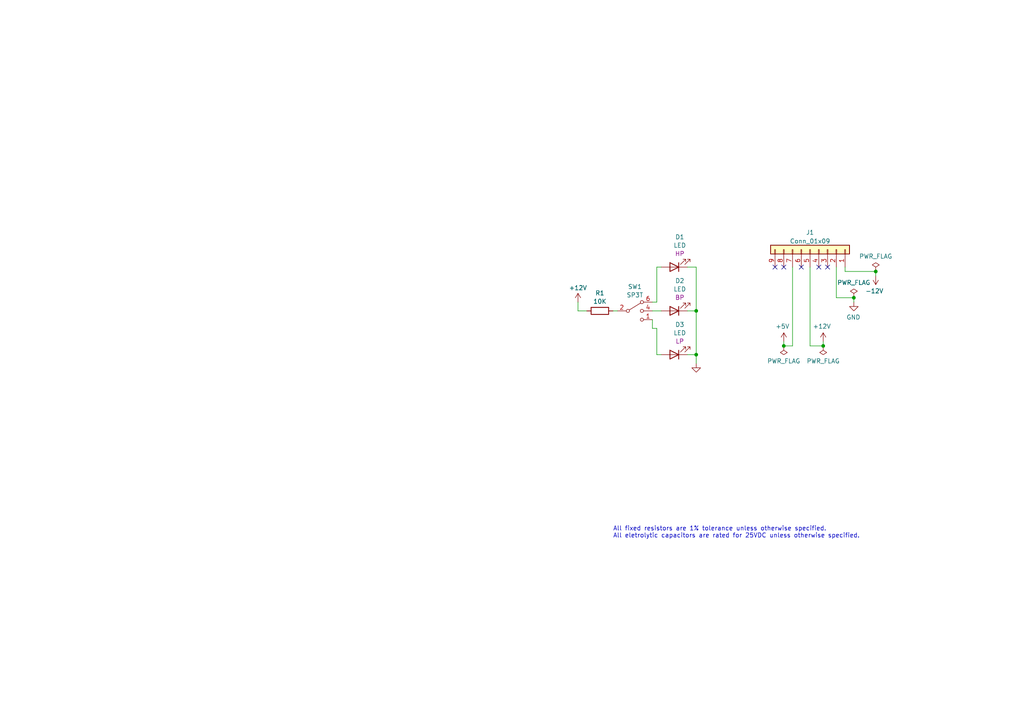
<source format=kicad_sch>
(kicad_sch (version 20230121) (generator eeschema)

  (uuid a1a9a0d8-c6de-418f-9a57-bf7f74b6d401)

  (paper "A4")

  (title_block
    (title "Eurorack ProtoModule")
    (date "2021-10-06")
    (rev "1.0")
    (company "Len Popp")
    (comment 1 "Copyright © 2023 Len Popp CC BY")
    (comment 2 "Circuit design for my custom Eurorack breadboard prototyping module")
  )

  (lib_symbols
    (symbol "-lmp-power:+12V" (power) (pin_names (offset 0)) (in_bom yes) (on_board yes)
      (property "Reference" "#PWR" (at 0 -3.81 0)
        (effects (font (size 1.27 1.27)) hide)
      )
      (property "Value" "+12V" (at 0 3.556 0)
        (effects (font (size 1.27 1.27)))
      )
      (property "Footprint" "" (at 0 0 0)
        (effects (font (size 1.27 1.27)) hide)
      )
      (property "Datasheet" "" (at 0 0 0)
        (effects (font (size 1.27 1.27)) hide)
      )
      (property "ki_keywords" "power-flag" (at 0 0 0)
        (effects (font (size 1.27 1.27)) hide)
      )
      (property "ki_description" "Power symbol creates a global label with name \"+12V\"" (at 0 0 0)
        (effects (font (size 1.27 1.27)) hide)
      )
      (symbol "+12V_0_1"
        (polyline
          (pts
            (xy -0.762 1.27)
            (xy 0 2.54)
          )
          (stroke (width 0) (type default))
          (fill (type none))
        )
        (polyline
          (pts
            (xy 0 0)
            (xy 0 2.54)
          )
          (stroke (width 0) (type default))
          (fill (type none))
        )
        (polyline
          (pts
            (xy 0 2.54)
            (xy 0.762 1.27)
          )
          (stroke (width 0) (type default))
          (fill (type none))
        )
      )
      (symbol "+12V_1_1"
        (pin power_in line (at 0 0 90) (length 0) hide
          (name "+12V" (effects (font (size 1.27 1.27))))
          (number "1" (effects (font (size 1.27 1.27))))
        )
      )
    )
    (symbol "-lmp-power:+5V" (power) (pin_names (offset 0)) (in_bom yes) (on_board yes)
      (property "Reference" "#PWR" (at 0 -3.81 0)
        (effects (font (size 1.27 1.27)) hide)
      )
      (property "Value" "+5V" (at 0 3.556 0)
        (effects (font (size 1.27 1.27)))
      )
      (property "Footprint" "" (at 0 0 0)
        (effects (font (size 1.27 1.27)) hide)
      )
      (property "Datasheet" "" (at 0 0 0)
        (effects (font (size 1.27 1.27)) hide)
      )
      (property "ki_keywords" "power-flag" (at 0 0 0)
        (effects (font (size 1.27 1.27)) hide)
      )
      (property "ki_description" "Power symbol creates a global label with name \"+5V\"" (at 0 0 0)
        (effects (font (size 1.27 1.27)) hide)
      )
      (symbol "+5V_0_1"
        (polyline
          (pts
            (xy -0.762 1.27)
            (xy 0 2.54)
          )
          (stroke (width 0) (type default))
          (fill (type none))
        )
        (polyline
          (pts
            (xy 0 0)
            (xy 0 2.54)
          )
          (stroke (width 0) (type default))
          (fill (type none))
        )
        (polyline
          (pts
            (xy 0 2.54)
            (xy 0.762 1.27)
          )
          (stroke (width 0) (type default))
          (fill (type none))
        )
      )
      (symbol "+5V_1_1"
        (pin power_in line (at 0 0 90) (length 0) hide
          (name "+5V" (effects (font (size 1.27 1.27))))
          (number "1" (effects (font (size 1.27 1.27))))
        )
      )
    )
    (symbol "-lmp-power:-12V" (power) (pin_names (offset 0)) (in_bom yes) (on_board yes)
      (property "Reference" "#PWR" (at 0 3.81 0)
        (effects (font (size 1.27 1.27)) hide)
      )
      (property "Value" "-12V" (at 0 -3.556 0)
        (effects (font (size 1.27 1.27)))
      )
      (property "Footprint" "" (at 0 0 0)
        (effects (font (size 1.27 1.27)) hide)
      )
      (property "Datasheet" "" (at 0 0 0)
        (effects (font (size 1.27 1.27)) hide)
      )
      (property "ki_keywords" "power-flag" (at 0 0 0)
        (effects (font (size 1.27 1.27)) hide)
      )
      (property "ki_description" "Power symbol creates a global label with name \"-12V\"" (at 0 0 0)
        (effects (font (size 1.27 1.27)) hide)
      )
      (symbol "-12V_0_1"
        (polyline
          (pts
            (xy -0.762 -1.27)
            (xy 0 -2.54)
          )
          (stroke (width 0) (type default))
          (fill (type none))
        )
        (polyline
          (pts
            (xy 0 -2.54)
            (xy 0.762 -1.27)
          )
          (stroke (width 0) (type default))
          (fill (type none))
        )
        (polyline
          (pts
            (xy 0 0)
            (xy 0 -2.54)
          )
          (stroke (width 0) (type default))
          (fill (type none))
        )
      )
      (symbol "-12V_1_1"
        (pin power_in line (at 0 0 270) (length 0) hide
          (name "-12V" (effects (font (size 1.27 1.27))))
          (number "1" (effects (font (size 1.27 1.27))))
        )
      )
    )
    (symbol "-lmp-power:GND" (power) (pin_names (offset 0)) (in_bom yes) (on_board yes)
      (property "Reference" "#PWR" (at 0 -6.35 0)
        (effects (font (size 1.27 1.27)) hide)
      )
      (property "Value" "GND" (at 0 -3.81 0)
        (effects (font (size 1.27 1.27)))
      )
      (property "Footprint" "" (at 0 0 0)
        (effects (font (size 1.27 1.27)) hide)
      )
      (property "Datasheet" "" (at 0 0 0)
        (effects (font (size 1.27 1.27)) hide)
      )
      (property "ki_keywords" "power-flag" (at 0 0 0)
        (effects (font (size 1.27 1.27)) hide)
      )
      (property "ki_description" "Power symbol creates a global label with name \"GND\" , ground" (at 0 0 0)
        (effects (font (size 1.27 1.27)) hide)
      )
      (symbol "GND_0_1"
        (polyline
          (pts
            (xy 0 0)
            (xy 0 -1.27)
            (xy 1.27 -1.27)
            (xy 0 -2.54)
            (xy -1.27 -1.27)
            (xy 0 -1.27)
          )
          (stroke (width 0) (type default))
          (fill (type none))
        )
      )
      (symbol "GND_1_1"
        (pin power_in line (at 0 0 270) (length 0) hide
          (name "GND" (effects (font (size 1.27 1.27))))
          (number "1" (effects (font (size 1.27 1.27))))
        )
      )
    )
    (symbol "-lmp-power:PWR_FLAG" (power) (pin_numbers hide) (pin_names (offset 0) hide) (in_bom yes) (on_board yes)
      (property "Reference" "#FLG" (at 0 1.905 0)
        (effects (font (size 1.27 1.27)) hide)
      )
      (property "Value" "PWR_FLAG" (at 0 3.81 0)
        (effects (font (size 1.27 1.27)))
      )
      (property "Footprint" "" (at 0 0 0)
        (effects (font (size 1.27 1.27)) hide)
      )
      (property "Datasheet" "~" (at 0 0 0)
        (effects (font (size 1.27 1.27)) hide)
      )
      (property "ki_keywords" "power-flag" (at 0 0 0)
        (effects (font (size 1.27 1.27)) hide)
      )
      (property "ki_description" "Special symbol for telling ERC where power comes from" (at 0 0 0)
        (effects (font (size 1.27 1.27)) hide)
      )
      (symbol "PWR_FLAG_0_0"
        (pin power_out line (at 0 0 90) (length 0)
          (name "pwr" (effects (font (size 1.27 1.27))))
          (number "1" (effects (font (size 1.27 1.27))))
        )
      )
      (symbol "PWR_FLAG_0_1"
        (polyline
          (pts
            (xy 0 0)
            (xy 0 1.27)
            (xy -1.016 1.905)
            (xy 0 2.54)
            (xy 1.016 1.905)
            (xy 0 1.27)
          )
          (stroke (width 0) (type default))
          (fill (type none))
        )
      )
    )
    (symbol "-lmp-synth:LED_3mm_Red" (pin_numbers hide) (pin_names (offset 1.016) hide) (in_bom yes) (on_board yes)
      (property "Reference" "D" (at 0 2.54 0)
        (effects (font (size 1.27 1.27)))
      )
      (property "Value" "LED_3mm_Red" (at 0 -3.175 0)
        (effects (font (size 1.27 1.27)))
      )
      (property "Footprint" "LED_THT:LED_D3.0mm_Clear" (at 0 0 0)
        (effects (font (size 1.27 1.27)) hide)
      )
      (property "Datasheet" "https://www.mouser.ca/datasheet/2/216/WP710A10SRD_F-232013.pdf" (at 0 0 0)
        (effects (font (size 1.27 1.27)) hide)
      )
      (property "Label" "[label]" (at 0 -5.08 0)
        (effects (font (size 1.27 1.27)))
      )
      (property "Manufacturer" "Kingbright" (at 0 0 0)
        (effects (font (size 1.27 1.27)) hide)
      )
      (property "ManufacturerPartNum" "WP710A10SRD/F" (at 0 0 0)
        (effects (font (size 1.27 1.27)) hide)
      )
      (property "Distributor" "Mouser" (at 0 0 0)
        (effects (font (size 1.27 1.27)) hide)
      )
      (property "DistributorPartNum" "604-WP710A10SRD/F" (at 0 0 0)
        (effects (font (size 1.27 1.27)) hide)
      )
      (property "DistributorPartLink" "https://www.mouser.ca/ProductDetail/?qs=jBF9H7RTBaRtqgW6ZO9SUQ%3D%3D" (at 0 0 0)
        (effects (font (size 1.27 1.27)) hide)
      )
      (property "ki_keywords" "LED diode red" (at 0 0 0)
        (effects (font (size 1.27 1.27)) hide)
      )
      (property "ki_description" "Red Light Emitting Diode" (at 0 0 0)
        (effects (font (size 1.27 1.27)) hide)
      )
      (property "ki_fp_filters" "LED* LED_SMD:* LED_THT:*" (at 0 0 0)
        (effects (font (size 1.27 1.27)) hide)
      )
      (symbol "LED_3mm_Red_0_1"
        (polyline
          (pts
            (xy -1.27 -1.27)
            (xy -1.27 1.27)
          )
          (stroke (width 0.254) (type default))
          (fill (type none))
        )
        (polyline
          (pts
            (xy -1.27 0)
            (xy 1.27 0)
          )
          (stroke (width 0) (type default))
          (fill (type none))
        )
        (polyline
          (pts
            (xy 1.27 -1.27)
            (xy 1.27 1.27)
            (xy -1.27 0)
            (xy 1.27 -1.27)
          )
          (stroke (width 0.254) (type default))
          (fill (type none))
        )
        (polyline
          (pts
            (xy -3.048 -0.762)
            (xy -4.572 -2.286)
            (xy -3.81 -2.286)
            (xy -4.572 -2.286)
            (xy -4.572 -1.524)
          )
          (stroke (width 0) (type default))
          (fill (type none))
        )
        (polyline
          (pts
            (xy -1.778 -0.762)
            (xy -3.302 -2.286)
            (xy -2.54 -2.286)
            (xy -3.302 -2.286)
            (xy -3.302 -1.524)
          )
          (stroke (width 0) (type default))
          (fill (type none))
        )
      )
      (symbol "LED_3mm_Red_1_1"
        (pin passive line (at -3.81 0 0) (length 2.54)
          (name "K" (effects (font (size 1.27 1.27))))
          (number "1" (effects (font (size 1.27 1.27))))
        )
        (pin passive line (at 3.81 0 180) (length 2.54)
          (name "A" (effects (font (size 1.27 1.27))))
          (number "2" (effects (font (size 1.27 1.27))))
        )
      )
    )
    (symbol "-lmp-synth:SW_SP3T_NKK" (pin_names (offset 0) hide) (in_bom yes) (on_board yes)
      (property "Reference" "SW" (at 0 5.08 0)
        (effects (font (size 1.27 1.27)))
      )
      (property "Value" "SW_SP3T_NKK" (at 0 -5.08 0)
        (effects (font (size 1.27 1.27)))
      )
      (property "Footprint" "-lmp-misc:SW_SP3T_A24JP" (at 0 0 0)
        (effects (font (size 1.27 1.27)) hide)
      )
      (property "Datasheet" "https://www.nkkswitches.com/pdf/Atoggles.pdf" (at 0 0 0)
        (effects (font (size 1.27 1.27)) hide)
      )
      (property "Manufacturer" "NKK" (at 0 0 0)
        (effects (font (size 1.27 1.27)) hide)
      )
      (property "ManufacturerPartNum" "A24JP" (at 0 0 0)
        (effects (font (size 1.27 1.27)) hide)
      )
      (property "Distributor" "Mouser" (at 0 0 0)
        (effects (font (size 1.27 1.27)) hide)
      )
      (property "DistributorPartNum" "633-A24JP" (at 0 0 0)
        (effects (font (size 1.27 1.27)) hide)
      )
      (property "DistributorPartLink" "https://www.mouser.ca/ProductDetail/NKK-Switches/A24JP?qs=44TLCAUTxJtLIZ6%252BdaihIA%3D%3D&_gl=1*uxfj65*_ga*NjQ4NzEzNjQzLjE3MDIxNDIyMTg.*_ga_15W4STQT4T*MTcwMjE0MjIxNy4xLjAuMTcwMjE0MjIxNy42MC4wLjA." (at 0 0 0)
        (effects (font (size 1.27 1.27)) hide)
      )
      (property "Distributor2" "DigiKey" (at 0 0 0)
        (effects (font (size 1.27 1.27)) hide)
      )
      (property "DistributorPartNum2" "360-3408-ND" (at 0 0 0)
        (effects (font (size 1.27 1.27)) hide)
      )
      (property "DistributorPartLink2" "https://www.digikey.ca/en/products/detail/nkk-switches/A24JP/1055616" (at 0 0 0)
        (effects (font (size 1.27 1.27)) hide)
      )
      (property "Note" "Pins 3 & 5 must be connected" (at 0 0 0)
        (effects (font (size 1.27 1.27)) hide)
      )
      (property "ki_keywords" "switch sp3t ON-ON-ON" (at 0 0 0)
        (effects (font (size 1.27 1.27)) hide)
      )
      (property "ki_description" "Toggle Switch, three position, single pole triple throw, 3 position switch, SP3T, ON-ON-ON, NKK A24JP" (at 0 0 0)
        (effects (font (size 1.27 1.27)) hide)
      )
      (property "ki_fp_filters" "SW* SP3T*" (at 0 0 0)
        (effects (font (size 1.27 1.27)) hide)
      )
      (symbol "SW_SP3T_NKK_0_1"
        (circle (center -2.032 0) (radius 0.4572)
          (stroke (width 0) (type default))
          (fill (type none))
        )
        (polyline
          (pts
            (xy -1.651 0.254)
            (xy 1.651 2.286)
          )
          (stroke (width 0) (type default))
          (fill (type none))
        )
        (circle (center 2.032 -2.54) (radius 0.4572)
          (stroke (width 0) (type default))
          (fill (type none))
        )
        (circle (center 2.032 0) (radius 0.4572)
          (stroke (width 0) (type default))
          (fill (type none))
        )
        (circle (center 2.032 2.54) (radius 0.4572)
          (stroke (width 0) (type default))
          (fill (type none))
        )
      )
      (symbol "SW_SP3T_NKK_1_0"
        (pin no_connect line (at 0 -1.27 180) (length 2.54) hide
          (name "3" (effects (font (size 1.27 1.27))))
          (number "3" (effects (font (size 1.27 1.27))))
        )
      )
      (symbol "SW_SP3T_NKK_1_1"
        (pin passive line (at 5.08 -2.54 180) (length 2.54)
          (name "1" (effects (font (size 1.27 1.27))))
          (number "1" (effects (font (size 1.27 1.27))))
        )
        (pin passive line (at -5.08 0 0) (length 2.54)
          (name "2" (effects (font (size 1.27 1.27))))
          (number "2" (effects (font (size 1.27 1.27))))
        )
        (pin passive line (at 5.08 0 180) (length 2.54)
          (name "4" (effects (font (size 1.27 1.27))))
          (number "4" (effects (font (size 1.27 1.27))))
        )
        (pin passive line (at 5.08 2.54 180) (length 2.54)
          (name "6" (effects (font (size 1.27 1.27))))
          (number "6" (effects (font (size 1.27 1.27))))
        )
      )
    )
    (symbol "-lmp:R_1%_0W166" (pin_numbers hide) (pin_names (offset 0)) (in_bom yes) (on_board yes)
      (property "Reference" "R" (at -2.286 0 90)
        (effects (font (size 1.27 1.27)))
      )
      (property "Value" "R_1%_0W166" (at 2.413 0 90)
        (effects (font (size 1.27 1.27)))
      )
      (property "Footprint" "-lmp-misc:R_Axial_DIN0207_L6.3mm_D2.5mm_P7.62mm_Horizontal" (at -1.778 0 90)
        (effects (font (size 1.27 1.27)) hide)
      )
      (property "Datasheet" "https://www.mouser.ca/datasheet/2/447/YAGEO_MFR_datasheet_2023v3-3324391.pdf" (at 0 0 0)
        (effects (font (size 1.27 1.27)) hide)
      )
      (property "Manufacturer" "YAGEO" (at 0 0 0)
        (effects (font (size 1.27 1.27)) hide)
      )
      (property "ManufacturerPartNum" "MFR-12*" (at 0 0 0)
        (effects (font (size 1.27 1.27)) hide)
      )
      (property "Distributor" "Mouser" (at 0 0 0)
        (effects (font (size 1.27 1.27)) hide)
      )
      (property "DistributorPartNum" "603-MFR-12*" (at 0 0 0)
        (effects (font (size 1.27 1.27)) hide)
      )
      (property "DistributorPartLink" "https://www.mouser.ca/c/?m=YAGEO&power+rating=166+mW+(1%2f6+W)&tolerance=1+%25&instock=y" (at 0 0 0)
        (effects (font (size 1.27 1.27)) hide)
      )
      (property "Value2" "1%, 1/6 W" (at 4.953 0 90)
        (effects (font (size 1.27 1.27)) hide)
      )
      (property "ki_keywords" "R res resistor" (at 0 0 0)
        (effects (font (size 1.27 1.27)) hide)
      )
      (property "ki_description" "Resistor" (at 0 0 0)
        (effects (font (size 1.27 1.27)) hide)
      )
      (property "ki_fp_filters" "R_*" (at 0 0 0)
        (effects (font (size 1.27 1.27)) hide)
      )
      (symbol "R_1%_0W166_0_1"
        (rectangle (start -1.016 -2.54) (end 1.016 2.54)
          (stroke (width 0.254) (type default))
          (fill (type none))
        )
      )
      (symbol "R_1%_0W166_1_1"
        (pin passive line (at 0 3.81 270) (length 1.27)
          (name "~" (effects (font (size 1.27 1.27))))
          (number "1" (effects (font (size 1.27 1.27))))
        )
        (pin passive line (at 0 -3.81 90) (length 1.27)
          (name "~" (effects (font (size 1.27 1.27))))
          (number "2" (effects (font (size 1.27 1.27))))
        )
      )
    )
    (symbol "Connector_Generic:Conn_01x09" (pin_names (offset 1.016) hide) (in_bom yes) (on_board yes)
      (property "Reference" "J" (at 0 12.7 0)
        (effects (font (size 1.27 1.27)))
      )
      (property "Value" "Conn_01x09" (at 0 -12.7 0)
        (effects (font (size 1.27 1.27)))
      )
      (property "Footprint" "" (at 0 0 0)
        (effects (font (size 1.27 1.27)) hide)
      )
      (property "Datasheet" "~" (at 0 0 0)
        (effects (font (size 1.27 1.27)) hide)
      )
      (property "ki_keywords" "connector" (at 0 0 0)
        (effects (font (size 1.27 1.27)) hide)
      )
      (property "ki_description" "Generic connector, single row, 01x09, script generated (kicad-library-utils/schlib/autogen/connector/)" (at 0 0 0)
        (effects (font (size 1.27 1.27)) hide)
      )
      (property "ki_fp_filters" "Connector*:*_1x??_*" (at 0 0 0)
        (effects (font (size 1.27 1.27)) hide)
      )
      (symbol "Conn_01x09_1_1"
        (rectangle (start -1.27 -10.033) (end 0 -10.287)
          (stroke (width 0.1524) (type default))
          (fill (type none))
        )
        (rectangle (start -1.27 -7.493) (end 0 -7.747)
          (stroke (width 0.1524) (type default))
          (fill (type none))
        )
        (rectangle (start -1.27 -4.953) (end 0 -5.207)
          (stroke (width 0.1524) (type default))
          (fill (type none))
        )
        (rectangle (start -1.27 -2.413) (end 0 -2.667)
          (stroke (width 0.1524) (type default))
          (fill (type none))
        )
        (rectangle (start -1.27 0.127) (end 0 -0.127)
          (stroke (width 0.1524) (type default))
          (fill (type none))
        )
        (rectangle (start -1.27 2.667) (end 0 2.413)
          (stroke (width 0.1524) (type default))
          (fill (type none))
        )
        (rectangle (start -1.27 5.207) (end 0 4.953)
          (stroke (width 0.1524) (type default))
          (fill (type none))
        )
        (rectangle (start -1.27 7.747) (end 0 7.493)
          (stroke (width 0.1524) (type default))
          (fill (type none))
        )
        (rectangle (start -1.27 10.287) (end 0 10.033)
          (stroke (width 0.1524) (type default))
          (fill (type none))
        )
        (rectangle (start -1.27 11.43) (end 1.27 -11.43)
          (stroke (width 0.254) (type default))
          (fill (type background))
        )
        (pin passive line (at -5.08 10.16 0) (length 3.81)
          (name "Pin_1" (effects (font (size 1.27 1.27))))
          (number "1" (effects (font (size 1.27 1.27))))
        )
        (pin passive line (at -5.08 7.62 0) (length 3.81)
          (name "Pin_2" (effects (font (size 1.27 1.27))))
          (number "2" (effects (font (size 1.27 1.27))))
        )
        (pin passive line (at -5.08 5.08 0) (length 3.81)
          (name "Pin_3" (effects (font (size 1.27 1.27))))
          (number "3" (effects (font (size 1.27 1.27))))
        )
        (pin passive line (at -5.08 2.54 0) (length 3.81)
          (name "Pin_4" (effects (font (size 1.27 1.27))))
          (number "4" (effects (font (size 1.27 1.27))))
        )
        (pin passive line (at -5.08 0 0) (length 3.81)
          (name "Pin_5" (effects (font (size 1.27 1.27))))
          (number "5" (effects (font (size 1.27 1.27))))
        )
        (pin passive line (at -5.08 -2.54 0) (length 3.81)
          (name "Pin_6" (effects (font (size 1.27 1.27))))
          (number "6" (effects (font (size 1.27 1.27))))
        )
        (pin passive line (at -5.08 -5.08 0) (length 3.81)
          (name "Pin_7" (effects (font (size 1.27 1.27))))
          (number "7" (effects (font (size 1.27 1.27))))
        )
        (pin passive line (at -5.08 -7.62 0) (length 3.81)
          (name "Pin_8" (effects (font (size 1.27 1.27))))
          (number "8" (effects (font (size 1.27 1.27))))
        )
        (pin passive line (at -5.08 -10.16 0) (length 3.81)
          (name "Pin_9" (effects (font (size 1.27 1.27))))
          (number "9" (effects (font (size 1.27 1.27))))
        )
      )
    )
    (symbol "GND_1" (power) (pin_numbers hide) (pin_names (offset 0) hide) (in_bom yes) (on_board yes)
      (property "Reference" "#PWR" (at 0 -6.35 0)
        (effects (font (size 1.27 1.27)) hide)
      )
      (property "Value" "GND_1" (at 0 -3.81 0)
        (effects (font (size 1.27 1.27)) hide)
      )
      (property "Footprint" "" (at 0 0 0)
        (effects (font (size 1.27 1.27)) hide)
      )
      (property "Datasheet" "" (at 0 0 0)
        (effects (font (size 1.27 1.27)) hide)
      )
      (property "ki_keywords" "power-flag" (at 0 0 0)
        (effects (font (size 1.27 1.27)) hide)
      )
      (property "ki_description" "Power symbol creates a global label with name \"GND\" , ground" (at 0 0 0)
        (effects (font (size 1.27 1.27)) hide)
      )
      (symbol "GND_1_0_1"
        (polyline
          (pts
            (xy 0 0)
            (xy 0 -1.27)
            (xy 1.27 -1.27)
            (xy 0 -2.54)
            (xy -1.27 -1.27)
            (xy 0 -1.27)
          )
          (stroke (width 0) (type default))
          (fill (type none))
        )
      )
      (symbol "GND_1_1_1"
        (pin power_in line (at 0 0 270) (length 0) hide
          (name "GND" (effects (font (size 1.27 1.27))))
          (number "1" (effects (font (size 1.27 1.27))))
        )
      )
    )
  )

  (junction (at 201.93 102.87) (diameter 0) (color 0 0 0 0)
    (uuid 12b26971-9810-4d06-a1c7-1886494bce7e)
  )
  (junction (at 201.93 90.17) (diameter 0) (color 0 0 0 0)
    (uuid 7c5eb897-d050-414d-8ade-a5d0a01c5647)
  )
  (junction (at 247.65 86.36) (diameter 0) (color 0 0 0 0)
    (uuid 7ea85228-de9d-46bb-aa3c-34dfb8e54239)
  )
  (junction (at 238.76 100.33) (diameter 0) (color 0 0 0 0)
    (uuid 83c70ce6-e441-4b07-80a6-2f5fb8a6492d)
  )
  (junction (at 254 78.74) (diameter 0) (color 0 0 0 0)
    (uuid d1038279-4eb4-4065-836c-dbd8cfc6d4a4)
  )
  (junction (at 227.33 100.33) (diameter 0) (color 0 0 0 0)
    (uuid e06225e3-eb34-4222-b283-4c5fa1a14550)
  )

  (no_connect (at 240.03 77.47) (uuid 142f336d-73c0-4b68-b0c9-0bcea2c4f4ef))
  (no_connect (at 237.49 77.47) (uuid 26514436-f712-4c51-a9e2-d81bef21ea3e))
  (no_connect (at 227.33 77.47) (uuid 2d815f5f-e6aa-4b62-ab56-022a44ba5579))
  (no_connect (at 224.79 77.47) (uuid 720dc1f8-d86d-460a-b4f8-ae93bcc5c61a))
  (no_connect (at 232.41 77.47) (uuid 90a74f5e-7380-4ff0-bb5e-d9d5841f174b))

  (wire (pts (xy 167.64 87.63) (xy 167.64 90.17))
    (stroke (width 0) (type default))
    (uuid 0a3cc875-691c-4e45-9218-3cfb8cedfb09)
  )
  (wire (pts (xy 227.33 100.33) (xy 229.87 100.33))
    (stroke (width 0) (type default))
    (uuid 16a7e0a2-3e0c-4e8d-a95d-0aa2745b5fd4)
  )
  (wire (pts (xy 189.23 95.25) (xy 189.23 92.71))
    (stroke (width 0) (type default))
    (uuid 1740f9b4-1f4b-4614-b2f4-1389984c4fec)
  )
  (wire (pts (xy 245.11 78.74) (xy 254 78.74))
    (stroke (width 0) (type default))
    (uuid 1b59498e-fed4-40a3-97df-2886f1711aad)
  )
  (wire (pts (xy 190.5 102.87) (xy 191.77 102.87))
    (stroke (width 0) (type default))
    (uuid 1de8ba29-91cf-42f6-9fc9-15ee8f834398)
  )
  (wire (pts (xy 254 78.74) (xy 254 80.01))
    (stroke (width 0) (type default))
    (uuid 205abb1a-e53d-43ca-8aa5-51b63e522399)
  )
  (wire (pts (xy 190.5 95.25) (xy 190.5 102.87))
    (stroke (width 0) (type default))
    (uuid 2aa94ef6-867c-44f5-b448-49473eb27359)
  )
  (wire (pts (xy 199.39 77.47) (xy 201.93 77.47))
    (stroke (width 0) (type default))
    (uuid 2d4f05c6-8445-4cec-9840-1055e94ebf44)
  )
  (wire (pts (xy 189.23 95.25) (xy 190.5 95.25))
    (stroke (width 0) (type default))
    (uuid 2e69cccb-0eac-48d6-a091-23b52cf6d435)
  )
  (wire (pts (xy 177.8 90.17) (xy 179.07 90.17))
    (stroke (width 0) (type default))
    (uuid 3151d5f2-a08d-41e4-82b8-1b4ebfbceab9)
  )
  (wire (pts (xy 201.93 90.17) (xy 201.93 102.87))
    (stroke (width 0) (type default))
    (uuid 3a7c293a-89e9-41e3-b0ea-2dfc86b51db6)
  )
  (wire (pts (xy 199.39 102.87) (xy 201.93 102.87))
    (stroke (width 0) (type default))
    (uuid 417485a4-129d-4a83-a565-158e62bc66c8)
  )
  (wire (pts (xy 227.33 99.06) (xy 227.33 100.33))
    (stroke (width 0) (type default))
    (uuid 429879b2-b02e-428e-aa75-e3e41021046f)
  )
  (wire (pts (xy 229.87 100.33) (xy 229.87 77.47))
    (stroke (width 0) (type default))
    (uuid 529203ba-fbff-4f97-b041-152e441619f5)
  )
  (wire (pts (xy 234.95 100.33) (xy 238.76 100.33))
    (stroke (width 0) (type default))
    (uuid 554b8be7-1943-45a4-a457-6b2d60ac1024)
  )
  (wire (pts (xy 245.11 78.74) (xy 245.11 77.47))
    (stroke (width 0) (type default))
    (uuid 6c027193-51a5-47ee-909d-a5cb24c49931)
  )
  (wire (pts (xy 247.65 86.36) (xy 242.57 86.36))
    (stroke (width 0) (type default))
    (uuid 78eaf86f-e933-4844-b00d-e0b3fe26d052)
  )
  (wire (pts (xy 201.93 77.47) (xy 201.93 90.17))
    (stroke (width 0) (type default))
    (uuid 86a8e63e-5bf5-4a17-b8ee-930799bb52f3)
  )
  (wire (pts (xy 238.76 99.06) (xy 238.76 100.33))
    (stroke (width 0) (type default))
    (uuid aa79643c-4152-4c50-aba6-7db5a76f9181)
  )
  (wire (pts (xy 190.5 87.63) (xy 190.5 77.47))
    (stroke (width 0) (type default))
    (uuid b7277da3-b00a-4b0f-a639-b79ae190a8e8)
  )
  (wire (pts (xy 199.39 90.17) (xy 201.93 90.17))
    (stroke (width 0) (type default))
    (uuid b9ec8592-2a6e-409f-a33e-bb25dc62bfdd)
  )
  (wire (pts (xy 167.64 90.17) (xy 170.18 90.17))
    (stroke (width 0) (type default))
    (uuid ba882e14-5c40-4de5-93b1-34e8ca11320b)
  )
  (wire (pts (xy 189.23 90.17) (xy 191.77 90.17))
    (stroke (width 0) (type default))
    (uuid d23368ec-83eb-4978-8bf6-26c10ff8487c)
  )
  (wire (pts (xy 189.23 87.63) (xy 190.5 87.63))
    (stroke (width 0) (type default))
    (uuid d5063b60-7230-440f-977f-bb957dc74b0b)
  )
  (wire (pts (xy 247.65 87.63) (xy 247.65 86.36))
    (stroke (width 0) (type default))
    (uuid e8706f54-c7a3-4555-82cd-9229fecbdb14)
  )
  (wire (pts (xy 234.95 77.47) (xy 234.95 100.33))
    (stroke (width 0) (type default))
    (uuid eaabaedd-2c12-4bc6-baad-1eeb19b7d0ae)
  )
  (wire (pts (xy 201.93 102.87) (xy 201.93 105.41))
    (stroke (width 0) (type default))
    (uuid f07797a3-cac6-4e8a-a0e1-1075e83178e3)
  )
  (wire (pts (xy 242.57 77.47) (xy 242.57 86.36))
    (stroke (width 0) (type default))
    (uuid faeb5b72-ca69-4936-8963-e27b1abea091)
  )
  (wire (pts (xy 190.5 77.47) (xy 191.77 77.47))
    (stroke (width 0) (type default))
    (uuid fcd9393c-418c-4a45-8abb-61bfb3beeed4)
  )

  (text "All fixed resistors are 1% tolerance unless otherwise specified.\nAll eletrolytic capacitors are rated for 25VDC unless otherwise specified."
    (at 177.8 156.21 0)
    (effects (font (size 1.27 1.27)) (justify left bottom))
    (uuid 97954bdd-6f0e-481b-b33b-a2801266daa9)
  )

  (symbol (lib_id "-lmp-power:GND") (at 247.65 87.63 0) (mirror y) (unit 1)
    (in_bom yes) (on_board yes) (dnp no)
    (uuid 00000000-0000-0000-0000-000060c80bf1)
    (property "Reference" "#PWR04" (at 247.65 93.98 0)
      (effects (font (size 1.27 1.27)) hide)
    )
    (property "Value" "GND" (at 247.523 92.0242 0)
      (effects (font (size 1.27 1.27)))
    )
    (property "Footprint" "" (at 247.65 87.63 0)
      (effects (font (size 1.27 1.27)) hide)
    )
    (property "Datasheet" "" (at 247.65 87.63 0)
      (effects (font (size 1.27 1.27)) hide)
    )
    (pin "1" (uuid e2ec5c16-1e72-4a79-81b2-711742440b39))
    (instances
      (project "switch-test"
        (path "/a1a9a0d8-c6de-418f-9a57-bf7f74b6d401"
          (reference "#PWR04") (unit 1)
        )
      )
    )
  )

  (symbol (lib_id "-lmp-power:+12V") (at 238.76 99.06 0) (mirror y) (unit 1)
    (in_bom yes) (on_board yes) (dnp no)
    (uuid 00000000-0000-0000-0000-000060c86281)
    (property "Reference" "#PWR03" (at 238.76 102.87 0)
      (effects (font (size 1.27 1.27)) hide)
    )
    (property "Value" "+12V" (at 238.379 94.6658 0)
      (effects (font (size 1.27 1.27)))
    )
    (property "Footprint" "" (at 238.76 99.06 0)
      (effects (font (size 1.27 1.27)) hide)
    )
    (property "Datasheet" "" (at 238.76 99.06 0)
      (effects (font (size 1.27 1.27)) hide)
    )
    (pin "1" (uuid cb9b7848-9d34-4033-abc0-fb3ddbc2d6ee))
    (instances
      (project "switch-test"
        (path "/a1a9a0d8-c6de-418f-9a57-bf7f74b6d401"
          (reference "#PWR03") (unit 1)
        )
      )
    )
  )

  (symbol (lib_id "-lmp-power:-12V") (at 254 80.01 0) (mirror y) (unit 1)
    (in_bom yes) (on_board yes) (dnp no)
    (uuid 00000000-0000-0000-0000-000060c864e4)
    (property "Reference" "#PWR05" (at 254 76.2 0)
      (effects (font (size 1.27 1.27)) hide)
    )
    (property "Value" "-12V" (at 253.619 84.4042 0)
      (effects (font (size 1.27 1.27)))
    )
    (property "Footprint" "" (at 254 80.01 0)
      (effects (font (size 1.27 1.27)) hide)
    )
    (property "Datasheet" "" (at 254 80.01 0)
      (effects (font (size 1.27 1.27)) hide)
    )
    (pin "1" (uuid 295c6d13-2059-4604-98a9-b81bcd528128))
    (instances
      (project "switch-test"
        (path "/a1a9a0d8-c6de-418f-9a57-bf7f74b6d401"
          (reference "#PWR05") (unit 1)
        )
      )
    )
  )

  (symbol (lib_id "-lmp-power:PWR_FLAG") (at 254 78.74 0) (mirror y) (unit 1)
    (in_bom yes) (on_board yes) (dnp no)
    (uuid 00000000-0000-0000-0000-000060c8985d)
    (property "Reference" "#FLG04" (at 254 76.835 0)
      (effects (font (size 1.27 1.27)) hide)
    )
    (property "Value" "PWR_FLAG" (at 254 74.3458 0)
      (effects (font (size 1.27 1.27)))
    )
    (property "Footprint" "" (at 254 78.74 0)
      (effects (font (size 1.27 1.27)) hide)
    )
    (property "Datasheet" "~" (at 254 78.74 0)
      (effects (font (size 1.27 1.27)) hide)
    )
    (pin "1" (uuid 4e8fbe1c-0efa-4d82-afdb-411f88ec8eac))
    (instances
      (project "switch-test"
        (path "/a1a9a0d8-c6de-418f-9a57-bf7f74b6d401"
          (reference "#FLG04") (unit 1)
        )
      )
    )
  )

  (symbol (lib_id "-lmp-power:PWR_FLAG") (at 238.76 100.33 0) (mirror x) (unit 1)
    (in_bom yes) (on_board yes) (dnp no)
    (uuid 00000000-0000-0000-0000-000060c89f71)
    (property "Reference" "#FLG05" (at 238.76 102.235 0)
      (effects (font (size 1.27 1.27)) hide)
    )
    (property "Value" "PWR_FLAG" (at 238.76 104.7242 0)
      (effects (font (size 1.27 1.27)))
    )
    (property "Footprint" "" (at 238.76 100.33 0)
      (effects (font (size 1.27 1.27)) hide)
    )
    (property "Datasheet" "~" (at 238.76 100.33 0)
      (effects (font (size 1.27 1.27)) hide)
    )
    (pin "1" (uuid e925a42c-cf60-4902-940a-ecd6ab9743a2))
    (instances
      (project "switch-test"
        (path "/a1a9a0d8-c6de-418f-9a57-bf7f74b6d401"
          (reference "#FLG05") (unit 1)
        )
      )
    )
  )

  (symbol (lib_id "Connector_Generic:Conn_01x09") (at 234.95 72.39 270) (mirror x) (unit 1)
    (in_bom no) (on_board yes) (dnp no) (fields_autoplaced)
    (uuid 00000000-0000-0000-0000-0000615e2370)
    (property "Reference" "J1" (at 234.95 67.4202 90)
      (effects (font (size 1.27 1.27)))
    )
    (property "Value" "Conn_01x09" (at 234.95 69.9571 90)
      (effects (font (size 1.27 1.27)))
    )
    (property "Footprint" "Connector_PinHeader_2.54mm:PinHeader_1x09_P2.54mm_Vertical" (at 234.95 72.39 0)
      (effects (font (size 1.27 1.27)) hide)
    )
    (property "Datasheet" "~" (at 234.95 72.39 0)
      (effects (font (size 1.27 1.27)) hide)
    )
    (pin "1" (uuid 327164a7-bde3-40aa-adf2-70ca6e963d5f))
    (pin "2" (uuid 8d9943a0-30e0-4fcc-926f-acf21b5b98b5))
    (pin "3" (uuid 6de6b1a8-62b8-402a-ac1c-48bdfb0163aa))
    (pin "4" (uuid 0a32f905-3f97-4852-af67-7addb4d70265))
    (pin "5" (uuid 130b9329-4a4c-4794-ac2d-017f1c00c883))
    (pin "6" (uuid 9e3c6631-71f8-40d5-98da-0f0ad50bfdee))
    (pin "7" (uuid 4f3e0480-a16b-40f1-8aa8-17abdd49f8de))
    (pin "8" (uuid a3eb5fff-8b61-445b-97e2-373c87a23cb5))
    (pin "9" (uuid 0bb80455-a1ea-4287-a5e3-1366c4bf5abb))
    (instances
      (project "switch-test"
        (path "/a1a9a0d8-c6de-418f-9a57-bf7f74b6d401"
          (reference "J1") (unit 1)
        )
      )
    )
  )

  (symbol (lib_id "-lmp-power:+5V") (at 227.33 99.06 0) (mirror y) (unit 1)
    (in_bom yes) (on_board yes) (dnp no)
    (uuid 00000000-0000-0000-0000-0000615e4967)
    (property "Reference" "#PWR01" (at 227.33 102.87 0)
      (effects (font (size 1.27 1.27)) hide)
    )
    (property "Value" "+5V" (at 226.949 94.6658 0)
      (effects (font (size 1.27 1.27)))
    )
    (property "Footprint" "" (at 227.33 99.06 0)
      (effects (font (size 1.27 1.27)) hide)
    )
    (property "Datasheet" "" (at 227.33 99.06 0)
      (effects (font (size 1.27 1.27)) hide)
    )
    (pin "1" (uuid 508ac672-4f4a-4781-9c53-b80271b3c07a))
    (instances
      (project "switch-test"
        (path "/a1a9a0d8-c6de-418f-9a57-bf7f74b6d401"
          (reference "#PWR01") (unit 1)
        )
      )
    )
  )

  (symbol (lib_id "-lmp-power:PWR_FLAG") (at 227.33 100.33 0) (mirror x) (unit 1)
    (in_bom yes) (on_board yes) (dnp no)
    (uuid 00000000-0000-0000-0000-0000615e715d)
    (property "Reference" "#FLG02" (at 227.33 102.235 0)
      (effects (font (size 1.27 1.27)) hide)
    )
    (property "Value" "PWR_FLAG" (at 227.33 104.7242 0)
      (effects (font (size 1.27 1.27)))
    )
    (property "Footprint" "" (at 227.33 100.33 0)
      (effects (font (size 1.27 1.27)) hide)
    )
    (property "Datasheet" "~" (at 227.33 100.33 0)
      (effects (font (size 1.27 1.27)) hide)
    )
    (pin "1" (uuid 7bca4f9e-b0b4-4c1d-9e2f-67e281cb4cce))
    (instances
      (project "switch-test"
        (path "/a1a9a0d8-c6de-418f-9a57-bf7f74b6d401"
          (reference "#FLG02") (unit 1)
        )
      )
    )
  )

  (symbol (lib_id "-lmp-power:PWR_FLAG") (at 247.65 86.36 0) (mirror y) (unit 1)
    (in_bom yes) (on_board yes) (dnp no)
    (uuid 00000000-0000-0000-0000-0000615e8b96)
    (property "Reference" "#FLG01" (at 247.65 84.455 0)
      (effects (font (size 1.27 1.27)) hide)
    )
    (property "Value" "PWR_FLAG" (at 247.65 81.9658 0)
      (effects (font (size 1.27 1.27)))
    )
    (property "Footprint" "" (at 247.65 86.36 0)
      (effects (font (size 1.27 1.27)) hide)
    )
    (property "Datasheet" "~" (at 247.65 86.36 0)
      (effects (font (size 1.27 1.27)) hide)
    )
    (pin "1" (uuid b77e1d5f-840e-4bdf-b3d8-15e289b4eb95))
    (instances
      (project "switch-test"
        (path "/a1a9a0d8-c6de-418f-9a57-bf7f74b6d401"
          (reference "#FLG01") (unit 1)
        )
      )
    )
  )

  (symbol (lib_id "-lmp-power:+12V") (at 167.64 87.63 0) (unit 1)
    (in_bom yes) (on_board yes) (dnp no) (fields_autoplaced)
    (uuid 03cf72e7-5cab-4a18-9884-045bd7cb60f3)
    (property "Reference" "#PWR02" (at 167.64 91.44 0)
      (effects (font (size 1.27 1.27)) hide)
    )
    (property "Value" "+12V" (at 167.64 83.4969 0)
      (effects (font (size 1.27 1.27)))
    )
    (property "Footprint" "" (at 167.64 87.63 0)
      (effects (font (size 1.27 1.27)) hide)
    )
    (property "Datasheet" "" (at 167.64 87.63 0)
      (effects (font (size 1.27 1.27)) hide)
    )
    (pin "1" (uuid f26a27cb-3f4f-4fd9-99c5-e22873a5d602))
    (instances
      (project "switch-test"
        (path "/a1a9a0d8-c6de-418f-9a57-bf7f74b6d401"
          (reference "#PWR02") (unit 1)
        )
      )
    )
  )

  (symbol (lib_id "-lmp-synth:SW_SP3T_NKK") (at 184.15 90.17 0) (unit 1)
    (in_bom yes) (on_board yes) (dnp no) (fields_autoplaced)
    (uuid 0e17b128-ebcc-44ac-a3a2-2cf723c3c7f6)
    (property "Reference" "SW1" (at 184.15 83.1555 0)
      (effects (font (size 1.27 1.27)))
    )
    (property "Value" "SP3T" (at 184.15 85.5797 0)
      (effects (font (size 1.27 1.27)))
    )
    (property "Footprint" "-lmp-misc:SW_SP3T_A24JP" (at 184.15 90.17 0)
      (effects (font (size 1.27 1.27)) hide)
    )
    (property "Datasheet" "https://www.nkkswitches.com/pdf/Atoggles.pdf" (at 184.15 90.17 0)
      (effects (font (size 1.27 1.27)) hide)
    )
    (property "Manufacturer" "NKK" (at 184.15 90.17 0)
      (effects (font (size 1.27 1.27)) hide)
    )
    (property "ManufacturerPartNum" "A24JP" (at 184.15 90.17 0)
      (effects (font (size 1.27 1.27)) hide)
    )
    (property "Distributor" "Mouser" (at 184.15 90.17 0)
      (effects (font (size 1.27 1.27)) hide)
    )
    (property "DistributorPartNum" "633-A24JP" (at 184.15 90.17 0)
      (effects (font (size 1.27 1.27)) hide)
    )
    (property "DistributorPartLink" "https://www.mouser.ca/ProductDetail/NKK-Switches/A24JP?qs=44TLCAUTxJtLIZ6%252BdaihIA%3D%3D&_gl=1*uxfj65*_ga*NjQ4NzEzNjQzLjE3MDIxNDIyMTg.*_ga_15W4STQT4T*MTcwMjE0MjIxNy4xLjAuMTcwMjE0MjIxNy42MC4wLjA." (at 184.15 90.17 0)
      (effects (font (size 1.27 1.27)) hide)
    )
    (property "Distributor2" "DigiKey" (at 184.15 90.17 0)
      (effects (font (size 1.27 1.27)) hide)
    )
    (property "DistributorPartNum2" "360-3408-ND" (at 184.15 90.17 0)
      (effects (font (size 1.27 1.27)) hide)
    )
    (property "DistributorPartLink2" "https://www.digikey.ca/en/products/detail/nkk-switches/A24JP/1055616" (at 184.15 90.17 0)
      (effects (font (size 1.27 1.27)) hide)
    )
    (property "Note" "Pins 3 & 5 must be connected" (at 184.15 90.17 0)
      (effects (font (size 1.27 1.27)) hide)
    )
    (pin "3" (uuid c430a680-5e46-4487-8533-d5dff11c96a6))
    (pin "1" (uuid acd38b11-fed6-4441-9ea2-b02cc97addef))
    (pin "2" (uuid 334904de-61f1-48d5-bae6-2b52da4eab20))
    (pin "4" (uuid 026cb63b-b49a-4868-bd04-a9dc47cee264))
    (pin "6" (uuid 7dd25651-f057-4712-af71-d53281f1e1c6))
    (instances
      (project "switch-test"
        (path "/a1a9a0d8-c6de-418f-9a57-bf7f74b6d401"
          (reference "SW1") (unit 1)
        )
      )
    )
  )

  (symbol (lib_id "-lmp:R_1%_0W166") (at 173.99 90.17 90) (unit 1)
    (in_bom yes) (on_board yes) (dnp no) (fields_autoplaced)
    (uuid 280e0148-fe89-45f1-9fe2-00af8f2ed122)
    (property "Reference" "R1" (at 173.99 85.0097 90)
      (effects (font (size 1.27 1.27)))
    )
    (property "Value" "10K" (at 173.99 87.4339 90)
      (effects (font (size 1.27 1.27)))
    )
    (property "Footprint" "-lmp-stripboard:SB_Gen_1" (at 173.99 91.948 90)
      (effects (font (size 1.27 1.27)) hide)
    )
    (property "Datasheet" "https://www.mouser.ca/datasheet/2/447/YAGEO_MFR_datasheet_2023v3-3324391.pdf" (at 173.99 90.17 0)
      (effects (font (size 1.27 1.27)) hide)
    )
    (property "Manufacturer" "YAGEO" (at 173.99 90.17 0)
      (effects (font (size 1.27 1.27)) hide)
    )
    (property "ManufacturerPartNum" "MFR-12*" (at 173.99 90.17 0)
      (effects (font (size 1.27 1.27)) hide)
    )
    (property "Distributor" "Mouser" (at 173.99 90.17 0)
      (effects (font (size 1.27 1.27)) hide)
    )
    (property "DistributorPartNum" "603-MFR-12*" (at 173.99 90.17 0)
      (effects (font (size 1.27 1.27)) hide)
    )
    (property "DistributorPartLink" "https://www.mouser.ca/c/?m=YAGEO&power+rating=166+mW+(1%2f6+W)&tolerance=1+%25&instock=y" (at 173.99 90.17 0)
      (effects (font (size 1.27 1.27)) hide)
    )
    (property "Value2" "1%, 1/6 W" (at 173.99 85.217 90)
      (effects (font (size 1.27 1.27)) hide)
    )
    (pin "1" (uuid 07e8e72c-ff74-406f-aedf-2441aebe7445))
    (pin "2" (uuid 171388b8-e9eb-408f-b235-f10ae9a5a627))
    (instances
      (project "switch-test"
        (path "/a1a9a0d8-c6de-418f-9a57-bf7f74b6d401"
          (reference "R1") (unit 1)
        )
      )
    )
  )

  (symbol (lib_id "-lmp-synth:LED_3mm_Red") (at 195.58 90.17 180) (unit 1)
    (in_bom yes) (on_board yes) (dnp no) (fields_autoplaced)
    (uuid 29eb10c0-ae5d-4756-b726-c2add8f5a494)
    (property "Reference" "D2" (at 197.1675 81.4425 0)
      (effects (font (size 1.27 1.27)))
    )
    (property "Value" "LED" (at 197.1675 83.8667 0)
      (effects (font (size 1.27 1.27)))
    )
    (property "Footprint" "LED_THT:LED_D3.0mm_Clear" (at 195.58 90.17 0)
      (effects (font (size 1.27 1.27)) hide)
    )
    (property "Datasheet" "" (at 195.58 90.17 0)
      (effects (font (size 1.27 1.27)) hide)
    )
    (property "Label" "BP" (at 197.1675 86.2909 0)
      (effects (font (size 1.27 1.27)))
    )
    (property "Manufacturer" "" (at 195.58 90.17 0)
      (effects (font (size 1.27 1.27)) hide)
    )
    (property "ManufacturerPartNum" "" (at 195.58 90.17 0)
      (effects (font (size 1.27 1.27)) hide)
    )
    (property "Distributor" "" (at 195.58 90.17 0)
      (effects (font (size 1.27 1.27)) hide)
    )
    (property "DistributorPartNum" "" (at 195.58 90.17 0)
      (effects (font (size 1.27 1.27)) hide)
    )
    (property "DistributorPartLink" "" (at 195.58 90.17 0)
      (effects (font (size 1.27 1.27)) hide)
    )
    (pin "1" (uuid 1a23247e-af86-421a-b5b9-918955ad4056))
    (pin "2" (uuid e355ccab-ac35-439d-a481-03ce56a8f28c))
    (instances
      (project "switch-test"
        (path "/a1a9a0d8-c6de-418f-9a57-bf7f74b6d401"
          (reference "D2") (unit 1)
        )
      )
    )
  )

  (symbol (lib_name "GND_1") (lib_id "-lmp-power:GND") (at 201.93 105.41 0) (unit 1)
    (in_bom yes) (on_board yes) (dnp no) (fields_autoplaced)
    (uuid 35b31e54-eb28-42de-9732-5b6c9ff4b76f)
    (property "Reference" "#PWR06" (at 201.93 111.76 0)
      (effects (font (size 1.27 1.27)) hide)
    )
    (property "Value" "GND" (at 201.93 109.22 0)
      (effects (font (size 1.27 1.27)) hide)
    )
    (property "Footprint" "" (at 201.93 105.41 0)
      (effects (font (size 1.27 1.27)) hide)
    )
    (property "Datasheet" "" (at 201.93 105.41 0)
      (effects (font (size 1.27 1.27)) hide)
    )
    (pin "1" (uuid 52ce1288-1013-47fd-b569-ebf4b4fd6f90))
    (instances
      (project "switch-test"
        (path "/a1a9a0d8-c6de-418f-9a57-bf7f74b6d401"
          (reference "#PWR06") (unit 1)
        )
      )
    )
  )

  (symbol (lib_id "-lmp-synth:LED_3mm_Red") (at 195.58 77.47 180) (unit 1)
    (in_bom yes) (on_board yes) (dnp no) (fields_autoplaced)
    (uuid 6e40b103-3734-4abe-b7ae-03044e60c6e5)
    (property "Reference" "D1" (at 197.1675 68.7425 0)
      (effects (font (size 1.27 1.27)))
    )
    (property "Value" "LED" (at 197.1675 71.1667 0)
      (effects (font (size 1.27 1.27)))
    )
    (property "Footprint" "LED_THT:LED_D3.0mm_Clear" (at 195.58 77.47 0)
      (effects (font (size 1.27 1.27)) hide)
    )
    (property "Datasheet" "" (at 195.58 77.47 0)
      (effects (font (size 1.27 1.27)) hide)
    )
    (property "Label" "HP" (at 197.1675 73.5909 0)
      (effects (font (size 1.27 1.27)))
    )
    (property "Manufacturer" "" (at 195.58 77.47 0)
      (effects (font (size 1.27 1.27)) hide)
    )
    (property "ManufacturerPartNum" "" (at 195.58 77.47 0)
      (effects (font (size 1.27 1.27)) hide)
    )
    (property "Distributor" "" (at 195.58 77.47 0)
      (effects (font (size 1.27 1.27)) hide)
    )
    (property "DistributorPartNum" "" (at 195.58 77.47 0)
      (effects (font (size 1.27 1.27)) hide)
    )
    (property "DistributorPartLink" "" (at 195.58 77.47 0)
      (effects (font (size 1.27 1.27)) hide)
    )
    (pin "1" (uuid d3263aec-b8a0-475e-b7d7-3cb4181d05fb))
    (pin "2" (uuid b934b0a7-c290-491d-81ac-4412f7f90780))
    (instances
      (project "switch-test"
        (path "/a1a9a0d8-c6de-418f-9a57-bf7f74b6d401"
          (reference "D1") (unit 1)
        )
      )
    )
  )

  (symbol (lib_id "-lmp-synth:LED_3mm_Red") (at 195.58 102.87 180) (unit 1)
    (in_bom yes) (on_board yes) (dnp no) (fields_autoplaced)
    (uuid cac261e4-0769-4d49-8768-1498d473baab)
    (property "Reference" "D3" (at 197.1675 94.1425 0)
      (effects (font (size 1.27 1.27)))
    )
    (property "Value" "LED" (at 197.1675 96.5667 0)
      (effects (font (size 1.27 1.27)))
    )
    (property "Footprint" "LED_THT:LED_D3.0mm_Clear" (at 195.58 102.87 0)
      (effects (font (size 1.27 1.27)) hide)
    )
    (property "Datasheet" "" (at 195.58 102.87 0)
      (effects (font (size 1.27 1.27)) hide)
    )
    (property "Label" "LP" (at 197.1675 98.9909 0)
      (effects (font (size 1.27 1.27)))
    )
    (property "Manufacturer" "" (at 195.58 102.87 0)
      (effects (font (size 1.27 1.27)) hide)
    )
    (property "ManufacturerPartNum" "" (at 195.58 102.87 0)
      (effects (font (size 1.27 1.27)) hide)
    )
    (property "Distributor" "" (at 195.58 102.87 0)
      (effects (font (size 1.27 1.27)) hide)
    )
    (property "DistributorPartNum" "" (at 195.58 102.87 0)
      (effects (font (size 1.27 1.27)) hide)
    )
    (property "DistributorPartLink" "" (at 195.58 102.87 0)
      (effects (font (size 1.27 1.27)) hide)
    )
    (pin "1" (uuid 1ba4f5e1-333e-42be-96c6-0ce4154b84f3))
    (pin "2" (uuid 8ab4d7c8-3dda-450b-883b-5f9ac13fe1e5))
    (instances
      (project "switch-test"
        (path "/a1a9a0d8-c6de-418f-9a57-bf7f74b6d401"
          (reference "D3") (unit 1)
        )
      )
    )
  )

  (sheet_instances
    (path "/" (page "1"))
  )
)

</source>
